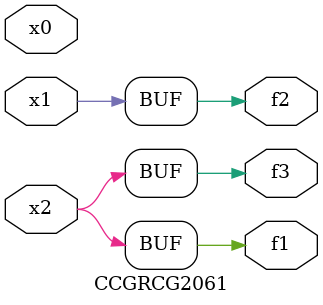
<source format=v>
module CCGRCG2061(
	input x0, x1, x2,
	output f1, f2, f3
);
	assign f1 = x2;
	assign f2 = x1;
	assign f3 = x2;
endmodule

</source>
